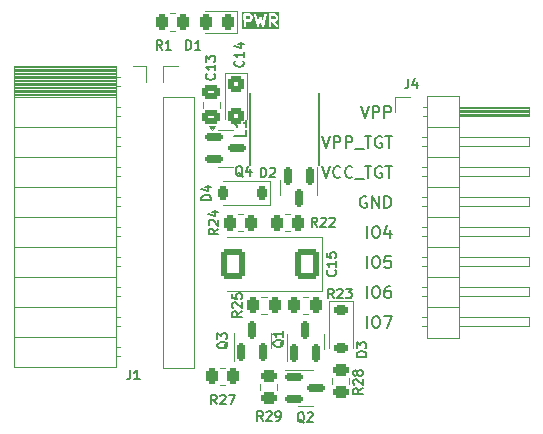
<source format=gto>
G04 #@! TF.GenerationSoftware,KiCad,Pcbnew,8.0.3*
G04 #@! TF.CreationDate,2024-07-18T13:22:42+02:00*
G04 #@! TF.ProjectId,vpp-maker-rev6-ian,7670702d-6d61-46b6-9572-2d726576362d,rev?*
G04 #@! TF.SameCoordinates,Original*
G04 #@! TF.FileFunction,Legend,Top*
G04 #@! TF.FilePolarity,Positive*
%FSLAX46Y46*%
G04 Gerber Fmt 4.6, Leading zero omitted, Abs format (unit mm)*
G04 Created by KiCad (PCBNEW 8.0.3) date 2024-07-18 13:22:42*
%MOMM*%
%LPD*%
G01*
G04 APERTURE LIST*
G04 Aperture macros list*
%AMRoundRect*
0 Rectangle with rounded corners*
0 $1 Rounding radius*
0 $2 $3 $4 $5 $6 $7 $8 $9 X,Y pos of 4 corners*
0 Add a 4 corners polygon primitive as box body*
4,1,4,$2,$3,$4,$5,$6,$7,$8,$9,$2,$3,0*
0 Add four circle primitives for the rounded corners*
1,1,$1+$1,$2,$3*
1,1,$1+$1,$4,$5*
1,1,$1+$1,$6,$7*
1,1,$1+$1,$8,$9*
0 Add four rect primitives between the rounded corners*
20,1,$1+$1,$2,$3,$4,$5,0*
20,1,$1+$1,$4,$5,$6,$7,0*
20,1,$1+$1,$6,$7,$8,$9,0*
20,1,$1+$1,$8,$9,$2,$3,0*%
G04 Aperture macros list end*
%ADD10C,0.150000*%
%ADD11C,0.200000*%
%ADD12C,0.120000*%
%ADD13C,0.152000*%
%ADD14RoundRect,0.150000X0.150000X-0.587500X0.150000X0.587500X-0.150000X0.587500X-0.150000X-0.587500X0*%
%ADD15RoundRect,0.150000X-0.150000X0.587500X-0.150000X-0.587500X0.150000X-0.587500X0.150000X0.587500X0*%
%ADD16RoundRect,0.243750X0.243750X0.456250X-0.243750X0.456250X-0.243750X-0.456250X0.243750X-0.456250X0*%
%ADD17RoundRect,0.250000X-0.475000X0.337500X-0.475000X-0.337500X0.475000X-0.337500X0.475000X0.337500X0*%
%ADD18RoundRect,0.225000X0.225000X0.375000X-0.225000X0.375000X-0.225000X-0.375000X0.225000X-0.375000X0*%
%ADD19RoundRect,0.250000X0.450000X-0.262500X0.450000X0.262500X-0.450000X0.262500X-0.450000X-0.262500X0*%
%ADD20R,1.700000X1.700000*%
%ADD21O,1.700000X1.700000*%
%ADD22RoundRect,0.250000X-0.450000X0.262500X-0.450000X-0.262500X0.450000X-0.262500X0.450000X0.262500X0*%
%ADD23RoundRect,0.250000X0.262500X0.450000X-0.262500X0.450000X-0.262500X-0.450000X0.262500X-0.450000X0*%
%ADD24RoundRect,0.250000X-0.425000X0.450000X-0.425000X-0.450000X0.425000X-0.450000X0.425000X0.450000X0*%
%ADD25RoundRect,0.250000X-0.262500X-0.450000X0.262500X-0.450000X0.262500X0.450000X-0.262500X0.450000X0*%
%ADD26RoundRect,0.250000X0.787500X1.025000X-0.787500X1.025000X-0.787500X-1.025000X0.787500X-1.025000X0*%
%ADD27RoundRect,0.150000X-0.587500X-0.150000X0.587500X-0.150000X0.587500X0.150000X-0.587500X0.150000X0*%
%ADD28R,5.500000X2.150000*%
%ADD29RoundRect,0.225000X-0.375000X0.225000X-0.375000X-0.225000X0.375000X-0.225000X0.375000X0.225000X0*%
G04 APERTURE END LIST*
D10*
X154408207Y-80159819D02*
X154741540Y-81159819D01*
X154741540Y-81159819D02*
X155074873Y-80159819D01*
X155408207Y-81159819D02*
X155408207Y-80159819D01*
X155408207Y-80159819D02*
X155789159Y-80159819D01*
X155789159Y-80159819D02*
X155884397Y-80207438D01*
X155884397Y-80207438D02*
X155932016Y-80255057D01*
X155932016Y-80255057D02*
X155979635Y-80350295D01*
X155979635Y-80350295D02*
X155979635Y-80493152D01*
X155979635Y-80493152D02*
X155932016Y-80588390D01*
X155932016Y-80588390D02*
X155884397Y-80636009D01*
X155884397Y-80636009D02*
X155789159Y-80683628D01*
X155789159Y-80683628D02*
X155408207Y-80683628D01*
X156408207Y-81159819D02*
X156408207Y-80159819D01*
X156408207Y-80159819D02*
X156789159Y-80159819D01*
X156789159Y-80159819D02*
X156884397Y-80207438D01*
X156884397Y-80207438D02*
X156932016Y-80255057D01*
X156932016Y-80255057D02*
X156979635Y-80350295D01*
X156979635Y-80350295D02*
X156979635Y-80493152D01*
X156979635Y-80493152D02*
X156932016Y-80588390D01*
X156932016Y-80588390D02*
X156884397Y-80636009D01*
X156884397Y-80636009D02*
X156789159Y-80683628D01*
X156789159Y-80683628D02*
X156408207Y-80683628D01*
X157170112Y-81255057D02*
X157932016Y-81255057D01*
X158027255Y-80159819D02*
X158598683Y-80159819D01*
X158312969Y-81159819D02*
X158312969Y-80159819D01*
X159455826Y-80207438D02*
X159360588Y-80159819D01*
X159360588Y-80159819D02*
X159217731Y-80159819D01*
X159217731Y-80159819D02*
X159074874Y-80207438D01*
X159074874Y-80207438D02*
X158979636Y-80302676D01*
X158979636Y-80302676D02*
X158932017Y-80397914D01*
X158932017Y-80397914D02*
X158884398Y-80588390D01*
X158884398Y-80588390D02*
X158884398Y-80731247D01*
X158884398Y-80731247D02*
X158932017Y-80921723D01*
X158932017Y-80921723D02*
X158979636Y-81016961D01*
X158979636Y-81016961D02*
X159074874Y-81112200D01*
X159074874Y-81112200D02*
X159217731Y-81159819D01*
X159217731Y-81159819D02*
X159312969Y-81159819D01*
X159312969Y-81159819D02*
X159455826Y-81112200D01*
X159455826Y-81112200D02*
X159503445Y-81064580D01*
X159503445Y-81064580D02*
X159503445Y-80731247D01*
X159503445Y-80731247D02*
X159312969Y-80731247D01*
X159789160Y-80159819D02*
X160360588Y-80159819D01*
X160074874Y-81159819D02*
X160074874Y-80159819D01*
X158170112Y-85287438D02*
X158074874Y-85239819D01*
X158074874Y-85239819D02*
X157932017Y-85239819D01*
X157932017Y-85239819D02*
X157789160Y-85287438D01*
X157789160Y-85287438D02*
X157693922Y-85382676D01*
X157693922Y-85382676D02*
X157646303Y-85477914D01*
X157646303Y-85477914D02*
X157598684Y-85668390D01*
X157598684Y-85668390D02*
X157598684Y-85811247D01*
X157598684Y-85811247D02*
X157646303Y-86001723D01*
X157646303Y-86001723D02*
X157693922Y-86096961D01*
X157693922Y-86096961D02*
X157789160Y-86192200D01*
X157789160Y-86192200D02*
X157932017Y-86239819D01*
X157932017Y-86239819D02*
X158027255Y-86239819D01*
X158027255Y-86239819D02*
X158170112Y-86192200D01*
X158170112Y-86192200D02*
X158217731Y-86144580D01*
X158217731Y-86144580D02*
X158217731Y-85811247D01*
X158217731Y-85811247D02*
X158027255Y-85811247D01*
X158646303Y-86239819D02*
X158646303Y-85239819D01*
X158646303Y-85239819D02*
X159217731Y-86239819D01*
X159217731Y-86239819D02*
X159217731Y-85239819D01*
X159693922Y-86239819D02*
X159693922Y-85239819D01*
X159693922Y-85239819D02*
X159932017Y-85239819D01*
X159932017Y-85239819D02*
X160074874Y-85287438D01*
X160074874Y-85287438D02*
X160170112Y-85382676D01*
X160170112Y-85382676D02*
X160217731Y-85477914D01*
X160217731Y-85477914D02*
X160265350Y-85668390D01*
X160265350Y-85668390D02*
X160265350Y-85811247D01*
X160265350Y-85811247D02*
X160217731Y-86001723D01*
X160217731Y-86001723D02*
X160170112Y-86096961D01*
X160170112Y-86096961D02*
X160074874Y-86192200D01*
X160074874Y-86192200D02*
X159932017Y-86239819D01*
X159932017Y-86239819D02*
X159693922Y-86239819D01*
X158217732Y-88779819D02*
X158217732Y-87779819D01*
X158884398Y-87779819D02*
X159074874Y-87779819D01*
X159074874Y-87779819D02*
X159170112Y-87827438D01*
X159170112Y-87827438D02*
X159265350Y-87922676D01*
X159265350Y-87922676D02*
X159312969Y-88113152D01*
X159312969Y-88113152D02*
X159312969Y-88446485D01*
X159312969Y-88446485D02*
X159265350Y-88636961D01*
X159265350Y-88636961D02*
X159170112Y-88732200D01*
X159170112Y-88732200D02*
X159074874Y-88779819D01*
X159074874Y-88779819D02*
X158884398Y-88779819D01*
X158884398Y-88779819D02*
X158789160Y-88732200D01*
X158789160Y-88732200D02*
X158693922Y-88636961D01*
X158693922Y-88636961D02*
X158646303Y-88446485D01*
X158646303Y-88446485D02*
X158646303Y-88113152D01*
X158646303Y-88113152D02*
X158693922Y-87922676D01*
X158693922Y-87922676D02*
X158789160Y-87827438D01*
X158789160Y-87827438D02*
X158884398Y-87779819D01*
X160170112Y-88113152D02*
X160170112Y-88779819D01*
X159932017Y-87732200D02*
X159693922Y-88446485D01*
X159693922Y-88446485D02*
X160312969Y-88446485D01*
X158217732Y-93859819D02*
X158217732Y-92859819D01*
X158884398Y-92859819D02*
X159074874Y-92859819D01*
X159074874Y-92859819D02*
X159170112Y-92907438D01*
X159170112Y-92907438D02*
X159265350Y-93002676D01*
X159265350Y-93002676D02*
X159312969Y-93193152D01*
X159312969Y-93193152D02*
X159312969Y-93526485D01*
X159312969Y-93526485D02*
X159265350Y-93716961D01*
X159265350Y-93716961D02*
X159170112Y-93812200D01*
X159170112Y-93812200D02*
X159074874Y-93859819D01*
X159074874Y-93859819D02*
X158884398Y-93859819D01*
X158884398Y-93859819D02*
X158789160Y-93812200D01*
X158789160Y-93812200D02*
X158693922Y-93716961D01*
X158693922Y-93716961D02*
X158646303Y-93526485D01*
X158646303Y-93526485D02*
X158646303Y-93193152D01*
X158646303Y-93193152D02*
X158693922Y-93002676D01*
X158693922Y-93002676D02*
X158789160Y-92907438D01*
X158789160Y-92907438D02*
X158884398Y-92859819D01*
X160170112Y-92859819D02*
X159979636Y-92859819D01*
X159979636Y-92859819D02*
X159884398Y-92907438D01*
X159884398Y-92907438D02*
X159836779Y-92955057D01*
X159836779Y-92955057D02*
X159741541Y-93097914D01*
X159741541Y-93097914D02*
X159693922Y-93288390D01*
X159693922Y-93288390D02*
X159693922Y-93669342D01*
X159693922Y-93669342D02*
X159741541Y-93764580D01*
X159741541Y-93764580D02*
X159789160Y-93812200D01*
X159789160Y-93812200D02*
X159884398Y-93859819D01*
X159884398Y-93859819D02*
X160074874Y-93859819D01*
X160074874Y-93859819D02*
X160170112Y-93812200D01*
X160170112Y-93812200D02*
X160217731Y-93764580D01*
X160217731Y-93764580D02*
X160265350Y-93669342D01*
X160265350Y-93669342D02*
X160265350Y-93431247D01*
X160265350Y-93431247D02*
X160217731Y-93336009D01*
X160217731Y-93336009D02*
X160170112Y-93288390D01*
X160170112Y-93288390D02*
X160074874Y-93240771D01*
X160074874Y-93240771D02*
X159884398Y-93240771D01*
X159884398Y-93240771D02*
X159789160Y-93288390D01*
X159789160Y-93288390D02*
X159741541Y-93336009D01*
X159741541Y-93336009D02*
X159693922Y-93431247D01*
D11*
G36*
X150427316Y-69994453D02*
G01*
X150453093Y-70019115D01*
X150484210Y-70079046D01*
X150485344Y-70174893D01*
X150456722Y-70234388D01*
X150432064Y-70260161D01*
X150372421Y-70291129D01*
X150252167Y-70291705D01*
X150248457Y-70291051D01*
X150245353Y-70291738D01*
X150111446Y-70292380D01*
X150110833Y-69966747D01*
X150367169Y-69965517D01*
X150427316Y-69994453D01*
G37*
G36*
X148284459Y-69994453D02*
G01*
X148310236Y-70019115D01*
X148341353Y-70079046D01*
X148342487Y-70174893D01*
X148313865Y-70234388D01*
X148289207Y-70260161D01*
X148229564Y-70291129D01*
X147968589Y-70292380D01*
X147967976Y-69966747D01*
X148224312Y-69965517D01*
X148284459Y-69994453D01*
G37*
G36*
X150795069Y-71078307D02*
G01*
X147658562Y-71078307D01*
X147658562Y-69867219D01*
X147769673Y-69867219D01*
X147771594Y-70886728D01*
X147786526Y-70922776D01*
X147814116Y-70950366D01*
X147850164Y-70965298D01*
X147889182Y-70965298D01*
X147925230Y-70950366D01*
X147952820Y-70922776D01*
X147967752Y-70886728D01*
X147969673Y-70867219D01*
X147968963Y-70490551D01*
X148235212Y-70489274D01*
X148238118Y-70490243D01*
X148252942Y-70489189D01*
X148270134Y-70489107D01*
X148273454Y-70487731D01*
X148277038Y-70487477D01*
X148295346Y-70480471D01*
X148390375Y-70431130D01*
X148401420Y-70426556D01*
X148405266Y-70423399D01*
X148407174Y-70422409D01*
X148408903Y-70420414D01*
X148416574Y-70414120D01*
X148464507Y-70364017D01*
X148472482Y-70357102D01*
X148475093Y-70352952D01*
X148476629Y-70351348D01*
X148477639Y-70348907D01*
X148482925Y-70340511D01*
X148522863Y-70257493D01*
X148524248Y-70256109D01*
X148528700Y-70245359D01*
X148537550Y-70226965D01*
X148537804Y-70223381D01*
X148539180Y-70220061D01*
X148541101Y-70200552D01*
X148539584Y-70072395D01*
X148540316Y-70070202D01*
X148539407Y-70057419D01*
X148539180Y-70038186D01*
X148537804Y-70034865D01*
X148537550Y-70031282D01*
X148530544Y-70012973D01*
X148481201Y-69917939D01*
X148476629Y-69906899D01*
X148473473Y-69903053D01*
X148472482Y-69901145D01*
X148470484Y-69899412D01*
X148464192Y-69891746D01*
X148442463Y-69870958D01*
X148674504Y-69870958D01*
X148677154Y-69890381D01*
X148916021Y-70885519D01*
X148917876Y-70899476D01*
X148920430Y-70903888D01*
X148921637Y-70908915D01*
X148930152Y-70920681D01*
X148937425Y-70933244D01*
X148941502Y-70936364D01*
X148944512Y-70940524D01*
X148956874Y-70948131D01*
X148968408Y-70956960D01*
X148973371Y-70958283D01*
X148977742Y-70960973D01*
X148992076Y-70963271D01*
X149006109Y-70967013D01*
X149011197Y-70966336D01*
X149016269Y-70967150D01*
X149030403Y-70963784D01*
X149044787Y-70961873D01*
X149049227Y-70959302D01*
X149054226Y-70958112D01*
X149065992Y-70949596D01*
X149078555Y-70942324D01*
X149081675Y-70938246D01*
X149085835Y-70935237D01*
X149093442Y-70922874D01*
X149102271Y-70911341D01*
X149104970Y-70904140D01*
X149106284Y-70902007D01*
X149106667Y-70899616D01*
X149109154Y-70892985D01*
X149203010Y-70537407D01*
X149297524Y-70888264D01*
X149299728Y-70902007D01*
X149302393Y-70906338D01*
X149303741Y-70911341D01*
X149312569Y-70922874D01*
X149320177Y-70935237D01*
X149324336Y-70938246D01*
X149327457Y-70942324D01*
X149340021Y-70949598D01*
X149351786Y-70958112D01*
X149356781Y-70959301D01*
X149361225Y-70961874D01*
X149375614Y-70963785D01*
X149389743Y-70967150D01*
X149394814Y-70966336D01*
X149399903Y-70967013D01*
X149413935Y-70963271D01*
X149428270Y-70960973D01*
X149432640Y-70958283D01*
X149437604Y-70956960D01*
X149449137Y-70948131D01*
X149461500Y-70940524D01*
X149464509Y-70936364D01*
X149468587Y-70933244D01*
X149475862Y-70920677D01*
X149484375Y-70908915D01*
X149486879Y-70901649D01*
X149488137Y-70899477D01*
X149488456Y-70897073D01*
X149490763Y-70890381D01*
X149731509Y-69870958D01*
X149730910Y-69867219D01*
X149912530Y-69867219D01*
X149914451Y-70886728D01*
X149929383Y-70922776D01*
X149956973Y-70950366D01*
X149993021Y-70965298D01*
X150032039Y-70965298D01*
X150068087Y-70950366D01*
X150095677Y-70922776D01*
X150110609Y-70886728D01*
X150112530Y-70867219D01*
X150111820Y-70490551D01*
X150198135Y-70490137D01*
X150514796Y-70939446D01*
X150547701Y-70960415D01*
X150586126Y-70967196D01*
X150624220Y-70958756D01*
X150656185Y-70936381D01*
X150677154Y-70903476D01*
X150683935Y-70865052D01*
X150675495Y-70826957D01*
X150665881Y-70809873D01*
X150434678Y-70481819D01*
X150438203Y-70480471D01*
X150533232Y-70431130D01*
X150544277Y-70426556D01*
X150548123Y-70423399D01*
X150550031Y-70422409D01*
X150551760Y-70420414D01*
X150559431Y-70414120D01*
X150607364Y-70364017D01*
X150615339Y-70357102D01*
X150617950Y-70352952D01*
X150619486Y-70351348D01*
X150620496Y-70348907D01*
X150625782Y-70340511D01*
X150665720Y-70257493D01*
X150667105Y-70256109D01*
X150671557Y-70245359D01*
X150680407Y-70226965D01*
X150680661Y-70223381D01*
X150682037Y-70220061D01*
X150683958Y-70200552D01*
X150682441Y-70072395D01*
X150683173Y-70070202D01*
X150682264Y-70057419D01*
X150682037Y-70038186D01*
X150680661Y-70034865D01*
X150680407Y-70031282D01*
X150673401Y-70012973D01*
X150624058Y-69917939D01*
X150619486Y-69906899D01*
X150616330Y-69903053D01*
X150615339Y-69901145D01*
X150613341Y-69899412D01*
X150607049Y-69891746D01*
X150556948Y-69843814D01*
X150550031Y-69835838D01*
X150545881Y-69833225D01*
X150544277Y-69831691D01*
X150541837Y-69830680D01*
X150533441Y-69825395D01*
X150450423Y-69785456D01*
X150449039Y-69784072D01*
X150438289Y-69779619D01*
X150419895Y-69770770D01*
X150416311Y-69770515D01*
X150412991Y-69769140D01*
X150393482Y-69767219D01*
X149993021Y-69769140D01*
X149956973Y-69784072D01*
X149929383Y-69811662D01*
X149914451Y-69847710D01*
X149912530Y-69867219D01*
X149730910Y-69867219D01*
X149725332Y-69832432D01*
X149704883Y-69799201D01*
X149673274Y-69776326D01*
X149635317Y-69767289D01*
X149596790Y-69773465D01*
X149563560Y-69793914D01*
X149540685Y-69825523D01*
X149534297Y-69844057D01*
X149388142Y-70462939D01*
X149299333Y-70133260D01*
X149297661Y-70120675D01*
X149294447Y-70115125D01*
X149292747Y-70108811D01*
X149284722Y-70098328D01*
X149278111Y-70086908D01*
X149272967Y-70082971D01*
X149269031Y-70077828D01*
X149257613Y-70071218D01*
X149247128Y-70063192D01*
X149240864Y-70061521D01*
X149235263Y-70058279D01*
X149222185Y-70056541D01*
X149209427Y-70053139D01*
X149203005Y-70053992D01*
X149196585Y-70053139D01*
X149183831Y-70056539D01*
X149170749Y-70058278D01*
X149165144Y-70061522D01*
X149158884Y-70063192D01*
X149148400Y-70071216D01*
X149136981Y-70077828D01*
X149133044Y-70082971D01*
X149127901Y-70086908D01*
X149121291Y-70098325D01*
X149113265Y-70108811D01*
X149109669Y-70118399D01*
X149108352Y-70120676D01*
X149108097Y-70122594D01*
X149106383Y-70127166D01*
X149018055Y-70461795D01*
X148865328Y-69825523D01*
X148842453Y-69793914D01*
X148809223Y-69773465D01*
X148770696Y-69767288D01*
X148732739Y-69776326D01*
X148701130Y-69799201D01*
X148680681Y-69832431D01*
X148674504Y-69870958D01*
X148442463Y-69870958D01*
X148414091Y-69843814D01*
X148407174Y-69835838D01*
X148403024Y-69833225D01*
X148401420Y-69831691D01*
X148398980Y-69830680D01*
X148390584Y-69825395D01*
X148307566Y-69785456D01*
X148306182Y-69784072D01*
X148295432Y-69779619D01*
X148277038Y-69770770D01*
X148273454Y-69770515D01*
X148270134Y-69769140D01*
X148250625Y-69767219D01*
X147850164Y-69769140D01*
X147814116Y-69784072D01*
X147786526Y-69811662D01*
X147771594Y-69847710D01*
X147769673Y-69867219D01*
X147658562Y-69867219D01*
X147658562Y-69656108D01*
X150795069Y-69656108D01*
X150795069Y-71078307D01*
G37*
D10*
X154408207Y-82699819D02*
X154741540Y-83699819D01*
X154741540Y-83699819D02*
X155074873Y-82699819D01*
X155979635Y-83604580D02*
X155932016Y-83652200D01*
X155932016Y-83652200D02*
X155789159Y-83699819D01*
X155789159Y-83699819D02*
X155693921Y-83699819D01*
X155693921Y-83699819D02*
X155551064Y-83652200D01*
X155551064Y-83652200D02*
X155455826Y-83556961D01*
X155455826Y-83556961D02*
X155408207Y-83461723D01*
X155408207Y-83461723D02*
X155360588Y-83271247D01*
X155360588Y-83271247D02*
X155360588Y-83128390D01*
X155360588Y-83128390D02*
X155408207Y-82937914D01*
X155408207Y-82937914D02*
X155455826Y-82842676D01*
X155455826Y-82842676D02*
X155551064Y-82747438D01*
X155551064Y-82747438D02*
X155693921Y-82699819D01*
X155693921Y-82699819D02*
X155789159Y-82699819D01*
X155789159Y-82699819D02*
X155932016Y-82747438D01*
X155932016Y-82747438D02*
X155979635Y-82795057D01*
X156979635Y-83604580D02*
X156932016Y-83652200D01*
X156932016Y-83652200D02*
X156789159Y-83699819D01*
X156789159Y-83699819D02*
X156693921Y-83699819D01*
X156693921Y-83699819D02*
X156551064Y-83652200D01*
X156551064Y-83652200D02*
X156455826Y-83556961D01*
X156455826Y-83556961D02*
X156408207Y-83461723D01*
X156408207Y-83461723D02*
X156360588Y-83271247D01*
X156360588Y-83271247D02*
X156360588Y-83128390D01*
X156360588Y-83128390D02*
X156408207Y-82937914D01*
X156408207Y-82937914D02*
X156455826Y-82842676D01*
X156455826Y-82842676D02*
X156551064Y-82747438D01*
X156551064Y-82747438D02*
X156693921Y-82699819D01*
X156693921Y-82699819D02*
X156789159Y-82699819D01*
X156789159Y-82699819D02*
X156932016Y-82747438D01*
X156932016Y-82747438D02*
X156979635Y-82795057D01*
X157170112Y-83795057D02*
X157932016Y-83795057D01*
X158027255Y-82699819D02*
X158598683Y-82699819D01*
X158312969Y-83699819D02*
X158312969Y-82699819D01*
X159455826Y-82747438D02*
X159360588Y-82699819D01*
X159360588Y-82699819D02*
X159217731Y-82699819D01*
X159217731Y-82699819D02*
X159074874Y-82747438D01*
X159074874Y-82747438D02*
X158979636Y-82842676D01*
X158979636Y-82842676D02*
X158932017Y-82937914D01*
X158932017Y-82937914D02*
X158884398Y-83128390D01*
X158884398Y-83128390D02*
X158884398Y-83271247D01*
X158884398Y-83271247D02*
X158932017Y-83461723D01*
X158932017Y-83461723D02*
X158979636Y-83556961D01*
X158979636Y-83556961D02*
X159074874Y-83652200D01*
X159074874Y-83652200D02*
X159217731Y-83699819D01*
X159217731Y-83699819D02*
X159312969Y-83699819D01*
X159312969Y-83699819D02*
X159455826Y-83652200D01*
X159455826Y-83652200D02*
X159503445Y-83604580D01*
X159503445Y-83604580D02*
X159503445Y-83271247D01*
X159503445Y-83271247D02*
X159312969Y-83271247D01*
X159789160Y-82699819D02*
X160360588Y-82699819D01*
X160074874Y-83699819D02*
X160074874Y-82699819D01*
X158217732Y-91319819D02*
X158217732Y-90319819D01*
X158884398Y-90319819D02*
X159074874Y-90319819D01*
X159074874Y-90319819D02*
X159170112Y-90367438D01*
X159170112Y-90367438D02*
X159265350Y-90462676D01*
X159265350Y-90462676D02*
X159312969Y-90653152D01*
X159312969Y-90653152D02*
X159312969Y-90986485D01*
X159312969Y-90986485D02*
X159265350Y-91176961D01*
X159265350Y-91176961D02*
X159170112Y-91272200D01*
X159170112Y-91272200D02*
X159074874Y-91319819D01*
X159074874Y-91319819D02*
X158884398Y-91319819D01*
X158884398Y-91319819D02*
X158789160Y-91272200D01*
X158789160Y-91272200D02*
X158693922Y-91176961D01*
X158693922Y-91176961D02*
X158646303Y-90986485D01*
X158646303Y-90986485D02*
X158646303Y-90653152D01*
X158646303Y-90653152D02*
X158693922Y-90462676D01*
X158693922Y-90462676D02*
X158789160Y-90367438D01*
X158789160Y-90367438D02*
X158884398Y-90319819D01*
X160217731Y-90319819D02*
X159741541Y-90319819D01*
X159741541Y-90319819D02*
X159693922Y-90796009D01*
X159693922Y-90796009D02*
X159741541Y-90748390D01*
X159741541Y-90748390D02*
X159836779Y-90700771D01*
X159836779Y-90700771D02*
X160074874Y-90700771D01*
X160074874Y-90700771D02*
X160170112Y-90748390D01*
X160170112Y-90748390D02*
X160217731Y-90796009D01*
X160217731Y-90796009D02*
X160265350Y-90891247D01*
X160265350Y-90891247D02*
X160265350Y-91129342D01*
X160265350Y-91129342D02*
X160217731Y-91224580D01*
X160217731Y-91224580D02*
X160170112Y-91272200D01*
X160170112Y-91272200D02*
X160074874Y-91319819D01*
X160074874Y-91319819D02*
X159836779Y-91319819D01*
X159836779Y-91319819D02*
X159741541Y-91272200D01*
X159741541Y-91272200D02*
X159693922Y-91224580D01*
X158217732Y-96399819D02*
X158217732Y-95399819D01*
X158884398Y-95399819D02*
X159074874Y-95399819D01*
X159074874Y-95399819D02*
X159170112Y-95447438D01*
X159170112Y-95447438D02*
X159265350Y-95542676D01*
X159265350Y-95542676D02*
X159312969Y-95733152D01*
X159312969Y-95733152D02*
X159312969Y-96066485D01*
X159312969Y-96066485D02*
X159265350Y-96256961D01*
X159265350Y-96256961D02*
X159170112Y-96352200D01*
X159170112Y-96352200D02*
X159074874Y-96399819D01*
X159074874Y-96399819D02*
X158884398Y-96399819D01*
X158884398Y-96399819D02*
X158789160Y-96352200D01*
X158789160Y-96352200D02*
X158693922Y-96256961D01*
X158693922Y-96256961D02*
X158646303Y-96066485D01*
X158646303Y-96066485D02*
X158646303Y-95733152D01*
X158646303Y-95733152D02*
X158693922Y-95542676D01*
X158693922Y-95542676D02*
X158789160Y-95447438D01*
X158789160Y-95447438D02*
X158884398Y-95399819D01*
X159646303Y-95399819D02*
X160312969Y-95399819D01*
X160312969Y-95399819D02*
X159884398Y-96399819D01*
X157693922Y-77619819D02*
X158027255Y-78619819D01*
X158027255Y-78619819D02*
X158360588Y-77619819D01*
X158693922Y-78619819D02*
X158693922Y-77619819D01*
X158693922Y-77619819D02*
X159074874Y-77619819D01*
X159074874Y-77619819D02*
X159170112Y-77667438D01*
X159170112Y-77667438D02*
X159217731Y-77715057D01*
X159217731Y-77715057D02*
X159265350Y-77810295D01*
X159265350Y-77810295D02*
X159265350Y-77953152D01*
X159265350Y-77953152D02*
X159217731Y-78048390D01*
X159217731Y-78048390D02*
X159170112Y-78096009D01*
X159170112Y-78096009D02*
X159074874Y-78143628D01*
X159074874Y-78143628D02*
X158693922Y-78143628D01*
X159693922Y-78619819D02*
X159693922Y-77619819D01*
X159693922Y-77619819D02*
X160074874Y-77619819D01*
X160074874Y-77619819D02*
X160170112Y-77667438D01*
X160170112Y-77667438D02*
X160217731Y-77715057D01*
X160217731Y-77715057D02*
X160265350Y-77810295D01*
X160265350Y-77810295D02*
X160265350Y-77953152D01*
X160265350Y-77953152D02*
X160217731Y-78048390D01*
X160217731Y-78048390D02*
X160170112Y-78096009D01*
X160170112Y-78096009D02*
X160074874Y-78143628D01*
X160074874Y-78143628D02*
X159693922Y-78143628D01*
X146438485Y-97576190D02*
X146400390Y-97652380D01*
X146400390Y-97652380D02*
X146324200Y-97728571D01*
X146324200Y-97728571D02*
X146209914Y-97842857D01*
X146209914Y-97842857D02*
X146171819Y-97919047D01*
X146171819Y-97919047D02*
X146171819Y-97995238D01*
X146362295Y-97957142D02*
X146324200Y-98033333D01*
X146324200Y-98033333D02*
X146248009Y-98109523D01*
X146248009Y-98109523D02*
X146095628Y-98147619D01*
X146095628Y-98147619D02*
X145828961Y-98147619D01*
X145828961Y-98147619D02*
X145676580Y-98109523D01*
X145676580Y-98109523D02*
X145600390Y-98033333D01*
X145600390Y-98033333D02*
X145562295Y-97957142D01*
X145562295Y-97957142D02*
X145562295Y-97804761D01*
X145562295Y-97804761D02*
X145600390Y-97728571D01*
X145600390Y-97728571D02*
X145676580Y-97652380D01*
X145676580Y-97652380D02*
X145828961Y-97614285D01*
X145828961Y-97614285D02*
X146095628Y-97614285D01*
X146095628Y-97614285D02*
X146248009Y-97652380D01*
X146248009Y-97652380D02*
X146324200Y-97728571D01*
X146324200Y-97728571D02*
X146362295Y-97804761D01*
X146362295Y-97804761D02*
X146362295Y-97957142D01*
X145562295Y-97347619D02*
X145562295Y-96852381D01*
X145562295Y-96852381D02*
X145867057Y-97119047D01*
X145867057Y-97119047D02*
X145867057Y-97004762D01*
X145867057Y-97004762D02*
X145905152Y-96928571D01*
X145905152Y-96928571D02*
X145943247Y-96890476D01*
X145943247Y-96890476D02*
X146019438Y-96852381D01*
X146019438Y-96852381D02*
X146209914Y-96852381D01*
X146209914Y-96852381D02*
X146286104Y-96890476D01*
X146286104Y-96890476D02*
X146324200Y-96928571D01*
X146324200Y-96928571D02*
X146362295Y-97004762D01*
X146362295Y-97004762D02*
X146362295Y-97233333D01*
X146362295Y-97233333D02*
X146324200Y-97309524D01*
X146324200Y-97309524D02*
X146286104Y-97347619D01*
X149215263Y-83627802D02*
X149215263Y-82827802D01*
X149215263Y-82827802D02*
X149405739Y-82827802D01*
X149405739Y-82827802D02*
X149520025Y-82865897D01*
X149520025Y-82865897D02*
X149596215Y-82942087D01*
X149596215Y-82942087D02*
X149634310Y-83018278D01*
X149634310Y-83018278D02*
X149672406Y-83170659D01*
X149672406Y-83170659D02*
X149672406Y-83284945D01*
X149672406Y-83284945D02*
X149634310Y-83437326D01*
X149634310Y-83437326D02*
X149596215Y-83513516D01*
X149596215Y-83513516D02*
X149520025Y-83589707D01*
X149520025Y-83589707D02*
X149405739Y-83627802D01*
X149405739Y-83627802D02*
X149215263Y-83627802D01*
X149977167Y-82903992D02*
X150015263Y-82865897D01*
X150015263Y-82865897D02*
X150091453Y-82827802D01*
X150091453Y-82827802D02*
X150281929Y-82827802D01*
X150281929Y-82827802D02*
X150358120Y-82865897D01*
X150358120Y-82865897D02*
X150396215Y-82903992D01*
X150396215Y-82903992D02*
X150434310Y-82980183D01*
X150434310Y-82980183D02*
X150434310Y-83056373D01*
X150434310Y-83056373D02*
X150396215Y-83170659D01*
X150396215Y-83170659D02*
X149939072Y-83627802D01*
X149939072Y-83627802D02*
X150434310Y-83627802D01*
X142909524Y-72862295D02*
X142909524Y-72062295D01*
X142909524Y-72062295D02*
X143100000Y-72062295D01*
X143100000Y-72062295D02*
X143214286Y-72100390D01*
X143214286Y-72100390D02*
X143290476Y-72176580D01*
X143290476Y-72176580D02*
X143328571Y-72252771D01*
X143328571Y-72252771D02*
X143366667Y-72405152D01*
X143366667Y-72405152D02*
X143366667Y-72519438D01*
X143366667Y-72519438D02*
X143328571Y-72671819D01*
X143328571Y-72671819D02*
X143290476Y-72748009D01*
X143290476Y-72748009D02*
X143214286Y-72824200D01*
X143214286Y-72824200D02*
X143100000Y-72862295D01*
X143100000Y-72862295D02*
X142909524Y-72862295D01*
X144128571Y-72862295D02*
X143671428Y-72862295D01*
X143900000Y-72862295D02*
X143900000Y-72062295D01*
X143900000Y-72062295D02*
X143823809Y-72176580D01*
X143823809Y-72176580D02*
X143747619Y-72252771D01*
X143747619Y-72252771D02*
X143671428Y-72290866D01*
X145306635Y-74892778D02*
X145344731Y-74930874D01*
X145344731Y-74930874D02*
X145382826Y-75045159D01*
X145382826Y-75045159D02*
X145382826Y-75121350D01*
X145382826Y-75121350D02*
X145344731Y-75235636D01*
X145344731Y-75235636D02*
X145268540Y-75311826D01*
X145268540Y-75311826D02*
X145192350Y-75349921D01*
X145192350Y-75349921D02*
X145039969Y-75388017D01*
X145039969Y-75388017D02*
X144925683Y-75388017D01*
X144925683Y-75388017D02*
X144773302Y-75349921D01*
X144773302Y-75349921D02*
X144697111Y-75311826D01*
X144697111Y-75311826D02*
X144620921Y-75235636D01*
X144620921Y-75235636D02*
X144582826Y-75121350D01*
X144582826Y-75121350D02*
X144582826Y-75045159D01*
X144582826Y-75045159D02*
X144620921Y-74930874D01*
X144620921Y-74930874D02*
X144659016Y-74892778D01*
X145382826Y-74130874D02*
X145382826Y-74588017D01*
X145382826Y-74359445D02*
X144582826Y-74359445D01*
X144582826Y-74359445D02*
X144697111Y-74435636D01*
X144697111Y-74435636D02*
X144773302Y-74511826D01*
X144773302Y-74511826D02*
X144811397Y-74588017D01*
X144582826Y-73864207D02*
X144582826Y-73368969D01*
X144582826Y-73368969D02*
X144887588Y-73635635D01*
X144887588Y-73635635D02*
X144887588Y-73521350D01*
X144887588Y-73521350D02*
X144925683Y-73445159D01*
X144925683Y-73445159D02*
X144963778Y-73407064D01*
X144963778Y-73407064D02*
X145039969Y-73368969D01*
X145039969Y-73368969D02*
X145230445Y-73368969D01*
X145230445Y-73368969D02*
X145306635Y-73407064D01*
X145306635Y-73407064D02*
X145344731Y-73445159D01*
X145344731Y-73445159D02*
X145382826Y-73521350D01*
X145382826Y-73521350D02*
X145382826Y-73749921D01*
X145382826Y-73749921D02*
X145344731Y-73826112D01*
X145344731Y-73826112D02*
X145306635Y-73864207D01*
X145012295Y-85590475D02*
X144212295Y-85590475D01*
X144212295Y-85590475D02*
X144212295Y-85399999D01*
X144212295Y-85399999D02*
X144250390Y-85285713D01*
X144250390Y-85285713D02*
X144326580Y-85209523D01*
X144326580Y-85209523D02*
X144402771Y-85171428D01*
X144402771Y-85171428D02*
X144555152Y-85133332D01*
X144555152Y-85133332D02*
X144669438Y-85133332D01*
X144669438Y-85133332D02*
X144821819Y-85171428D01*
X144821819Y-85171428D02*
X144898009Y-85209523D01*
X144898009Y-85209523D02*
X144974200Y-85285713D01*
X144974200Y-85285713D02*
X145012295Y-85399999D01*
X145012295Y-85399999D02*
X145012295Y-85590475D01*
X144478961Y-84447618D02*
X145012295Y-84447618D01*
X144174200Y-84638094D02*
X144745628Y-84828571D01*
X144745628Y-84828571D02*
X144745628Y-84333332D01*
X157862295Y-101514285D02*
X157481342Y-101780952D01*
X157862295Y-101971428D02*
X157062295Y-101971428D01*
X157062295Y-101971428D02*
X157062295Y-101666666D01*
X157062295Y-101666666D02*
X157100390Y-101590476D01*
X157100390Y-101590476D02*
X157138485Y-101552381D01*
X157138485Y-101552381D02*
X157214676Y-101514285D01*
X157214676Y-101514285D02*
X157328961Y-101514285D01*
X157328961Y-101514285D02*
X157405152Y-101552381D01*
X157405152Y-101552381D02*
X157443247Y-101590476D01*
X157443247Y-101590476D02*
X157481342Y-101666666D01*
X157481342Y-101666666D02*
X157481342Y-101971428D01*
X157138485Y-101209524D02*
X157100390Y-101171428D01*
X157100390Y-101171428D02*
X157062295Y-101095238D01*
X157062295Y-101095238D02*
X157062295Y-100904762D01*
X157062295Y-100904762D02*
X157100390Y-100828571D01*
X157100390Y-100828571D02*
X157138485Y-100790476D01*
X157138485Y-100790476D02*
X157214676Y-100752381D01*
X157214676Y-100752381D02*
X157290866Y-100752381D01*
X157290866Y-100752381D02*
X157405152Y-100790476D01*
X157405152Y-100790476D02*
X157862295Y-101247619D01*
X157862295Y-101247619D02*
X157862295Y-100752381D01*
X157405152Y-100295238D02*
X157367057Y-100371428D01*
X157367057Y-100371428D02*
X157328961Y-100409523D01*
X157328961Y-100409523D02*
X157252771Y-100447619D01*
X157252771Y-100447619D02*
X157214676Y-100447619D01*
X157214676Y-100447619D02*
X157138485Y-100409523D01*
X157138485Y-100409523D02*
X157100390Y-100371428D01*
X157100390Y-100371428D02*
X157062295Y-100295238D01*
X157062295Y-100295238D02*
X157062295Y-100142857D01*
X157062295Y-100142857D02*
X157100390Y-100066666D01*
X157100390Y-100066666D02*
X157138485Y-100028571D01*
X157138485Y-100028571D02*
X157214676Y-99990476D01*
X157214676Y-99990476D02*
X157252771Y-99990476D01*
X157252771Y-99990476D02*
X157328961Y-100028571D01*
X157328961Y-100028571D02*
X157367057Y-100066666D01*
X157367057Y-100066666D02*
X157405152Y-100142857D01*
X157405152Y-100142857D02*
X157405152Y-100295238D01*
X157405152Y-100295238D02*
X157443247Y-100371428D01*
X157443247Y-100371428D02*
X157481342Y-100409523D01*
X157481342Y-100409523D02*
X157557533Y-100447619D01*
X157557533Y-100447619D02*
X157709914Y-100447619D01*
X157709914Y-100447619D02*
X157786104Y-100409523D01*
X157786104Y-100409523D02*
X157824200Y-100371428D01*
X157824200Y-100371428D02*
X157862295Y-100295238D01*
X157862295Y-100295238D02*
X157862295Y-100142857D01*
X157862295Y-100142857D02*
X157824200Y-100066666D01*
X157824200Y-100066666D02*
X157786104Y-100028571D01*
X157786104Y-100028571D02*
X157709914Y-99990476D01*
X157709914Y-99990476D02*
X157557533Y-99990476D01*
X157557533Y-99990476D02*
X157481342Y-100028571D01*
X157481342Y-100028571D02*
X157443247Y-100066666D01*
X157443247Y-100066666D02*
X157405152Y-100142857D01*
X138195891Y-99956688D02*
X138195891Y-100528116D01*
X138195891Y-100528116D02*
X138157796Y-100642402D01*
X138157796Y-100642402D02*
X138081605Y-100718593D01*
X138081605Y-100718593D02*
X137967320Y-100756688D01*
X137967320Y-100756688D02*
X137891129Y-100756688D01*
X138995891Y-100756688D02*
X138538748Y-100756688D01*
X138767320Y-100756688D02*
X138767320Y-99956688D01*
X138767320Y-99956688D02*
X138691129Y-100070973D01*
X138691129Y-100070973D02*
X138614939Y-100147164D01*
X138614939Y-100147164D02*
X138538748Y-100185259D01*
X151181477Y-97418233D02*
X151143382Y-97494423D01*
X151143382Y-97494423D02*
X151067192Y-97570614D01*
X151067192Y-97570614D02*
X150952906Y-97684900D01*
X150952906Y-97684900D02*
X150914811Y-97761090D01*
X150914811Y-97761090D02*
X150914811Y-97837281D01*
X151105287Y-97799185D02*
X151067192Y-97875376D01*
X151067192Y-97875376D02*
X150991001Y-97951566D01*
X150991001Y-97951566D02*
X150838620Y-97989662D01*
X150838620Y-97989662D02*
X150571953Y-97989662D01*
X150571953Y-97989662D02*
X150419572Y-97951566D01*
X150419572Y-97951566D02*
X150343382Y-97875376D01*
X150343382Y-97875376D02*
X150305287Y-97799185D01*
X150305287Y-97799185D02*
X150305287Y-97646804D01*
X150305287Y-97646804D02*
X150343382Y-97570614D01*
X150343382Y-97570614D02*
X150419572Y-97494423D01*
X150419572Y-97494423D02*
X150571953Y-97456328D01*
X150571953Y-97456328D02*
X150838620Y-97456328D01*
X150838620Y-97456328D02*
X150991001Y-97494423D01*
X150991001Y-97494423D02*
X151067192Y-97570614D01*
X151067192Y-97570614D02*
X151105287Y-97646804D01*
X151105287Y-97646804D02*
X151105287Y-97799185D01*
X151105287Y-96694424D02*
X151105287Y-97151567D01*
X151105287Y-96922995D02*
X150305287Y-96922995D01*
X150305287Y-96922995D02*
X150419572Y-96999186D01*
X150419572Y-96999186D02*
X150495763Y-97075376D01*
X150495763Y-97075376D02*
X150533858Y-97151567D01*
X149398214Y-104274795D02*
X149131547Y-103893842D01*
X148941071Y-104274795D02*
X148941071Y-103474795D01*
X148941071Y-103474795D02*
X149245833Y-103474795D01*
X149245833Y-103474795D02*
X149322023Y-103512890D01*
X149322023Y-103512890D02*
X149360118Y-103550985D01*
X149360118Y-103550985D02*
X149398214Y-103627176D01*
X149398214Y-103627176D02*
X149398214Y-103741461D01*
X149398214Y-103741461D02*
X149360118Y-103817652D01*
X149360118Y-103817652D02*
X149322023Y-103855747D01*
X149322023Y-103855747D02*
X149245833Y-103893842D01*
X149245833Y-103893842D02*
X148941071Y-103893842D01*
X149702975Y-103550985D02*
X149741071Y-103512890D01*
X149741071Y-103512890D02*
X149817261Y-103474795D01*
X149817261Y-103474795D02*
X150007737Y-103474795D01*
X150007737Y-103474795D02*
X150083928Y-103512890D01*
X150083928Y-103512890D02*
X150122023Y-103550985D01*
X150122023Y-103550985D02*
X150160118Y-103627176D01*
X150160118Y-103627176D02*
X150160118Y-103703366D01*
X150160118Y-103703366D02*
X150122023Y-103817652D01*
X150122023Y-103817652D02*
X149664880Y-104274795D01*
X149664880Y-104274795D02*
X150160118Y-104274795D01*
X150541071Y-104274795D02*
X150693452Y-104274795D01*
X150693452Y-104274795D02*
X150769642Y-104236700D01*
X150769642Y-104236700D02*
X150807738Y-104198604D01*
X150807738Y-104198604D02*
X150883928Y-104084319D01*
X150883928Y-104084319D02*
X150922023Y-103931938D01*
X150922023Y-103931938D02*
X150922023Y-103627176D01*
X150922023Y-103627176D02*
X150883928Y-103550985D01*
X150883928Y-103550985D02*
X150845833Y-103512890D01*
X150845833Y-103512890D02*
X150769642Y-103474795D01*
X150769642Y-103474795D02*
X150617261Y-103474795D01*
X150617261Y-103474795D02*
X150541071Y-103512890D01*
X150541071Y-103512890D02*
X150502976Y-103550985D01*
X150502976Y-103550985D02*
X150464880Y-103627176D01*
X150464880Y-103627176D02*
X150464880Y-103817652D01*
X150464880Y-103817652D02*
X150502976Y-103893842D01*
X150502976Y-103893842D02*
X150541071Y-103931938D01*
X150541071Y-103931938D02*
X150617261Y-103970033D01*
X150617261Y-103970033D02*
X150769642Y-103970033D01*
X150769642Y-103970033D02*
X150845833Y-103931938D01*
X150845833Y-103931938D02*
X150883928Y-103893842D01*
X150883928Y-103893842D02*
X150922023Y-103817652D01*
X145612295Y-88014285D02*
X145231342Y-88280952D01*
X145612295Y-88471428D02*
X144812295Y-88471428D01*
X144812295Y-88471428D02*
X144812295Y-88166666D01*
X144812295Y-88166666D02*
X144850390Y-88090476D01*
X144850390Y-88090476D02*
X144888485Y-88052381D01*
X144888485Y-88052381D02*
X144964676Y-88014285D01*
X144964676Y-88014285D02*
X145078961Y-88014285D01*
X145078961Y-88014285D02*
X145155152Y-88052381D01*
X145155152Y-88052381D02*
X145193247Y-88090476D01*
X145193247Y-88090476D02*
X145231342Y-88166666D01*
X145231342Y-88166666D02*
X145231342Y-88471428D01*
X144888485Y-87709524D02*
X144850390Y-87671428D01*
X144850390Y-87671428D02*
X144812295Y-87595238D01*
X144812295Y-87595238D02*
X144812295Y-87404762D01*
X144812295Y-87404762D02*
X144850390Y-87328571D01*
X144850390Y-87328571D02*
X144888485Y-87290476D01*
X144888485Y-87290476D02*
X144964676Y-87252381D01*
X144964676Y-87252381D02*
X145040866Y-87252381D01*
X145040866Y-87252381D02*
X145155152Y-87290476D01*
X145155152Y-87290476D02*
X145612295Y-87747619D01*
X145612295Y-87747619D02*
X145612295Y-87252381D01*
X145078961Y-86566666D02*
X145612295Y-86566666D01*
X144774200Y-86757142D02*
X145345628Y-86947619D01*
X145345628Y-86947619D02*
X145345628Y-86452380D01*
X147730268Y-73800933D02*
X147768364Y-73839029D01*
X147768364Y-73839029D02*
X147806459Y-73953314D01*
X147806459Y-73953314D02*
X147806459Y-74029505D01*
X147806459Y-74029505D02*
X147768364Y-74143791D01*
X147768364Y-74143791D02*
X147692173Y-74219981D01*
X147692173Y-74219981D02*
X147615983Y-74258076D01*
X147615983Y-74258076D02*
X147463602Y-74296172D01*
X147463602Y-74296172D02*
X147349316Y-74296172D01*
X147349316Y-74296172D02*
X147196935Y-74258076D01*
X147196935Y-74258076D02*
X147120744Y-74219981D01*
X147120744Y-74219981D02*
X147044554Y-74143791D01*
X147044554Y-74143791D02*
X147006459Y-74029505D01*
X147006459Y-74029505D02*
X147006459Y-73953314D01*
X147006459Y-73953314D02*
X147044554Y-73839029D01*
X147044554Y-73839029D02*
X147082649Y-73800933D01*
X147806459Y-73039029D02*
X147806459Y-73496172D01*
X147806459Y-73267600D02*
X147006459Y-73267600D01*
X147006459Y-73267600D02*
X147120744Y-73343791D01*
X147120744Y-73343791D02*
X147196935Y-73419981D01*
X147196935Y-73419981D02*
X147235030Y-73496172D01*
X147273125Y-72353314D02*
X147806459Y-72353314D01*
X146968364Y-72543790D02*
X147539792Y-72734267D01*
X147539792Y-72734267D02*
X147539792Y-72239028D01*
X155412127Y-93895526D02*
X155145460Y-93514573D01*
X154954984Y-93895526D02*
X154954984Y-93095526D01*
X154954984Y-93095526D02*
X155259746Y-93095526D01*
X155259746Y-93095526D02*
X155335936Y-93133621D01*
X155335936Y-93133621D02*
X155374031Y-93171716D01*
X155374031Y-93171716D02*
X155412127Y-93247907D01*
X155412127Y-93247907D02*
X155412127Y-93362192D01*
X155412127Y-93362192D02*
X155374031Y-93438383D01*
X155374031Y-93438383D02*
X155335936Y-93476478D01*
X155335936Y-93476478D02*
X155259746Y-93514573D01*
X155259746Y-93514573D02*
X154954984Y-93514573D01*
X155716888Y-93171716D02*
X155754984Y-93133621D01*
X155754984Y-93133621D02*
X155831174Y-93095526D01*
X155831174Y-93095526D02*
X156021650Y-93095526D01*
X156021650Y-93095526D02*
X156097841Y-93133621D01*
X156097841Y-93133621D02*
X156135936Y-93171716D01*
X156135936Y-93171716D02*
X156174031Y-93247907D01*
X156174031Y-93247907D02*
X156174031Y-93324097D01*
X156174031Y-93324097D02*
X156135936Y-93438383D01*
X156135936Y-93438383D02*
X155678793Y-93895526D01*
X155678793Y-93895526D02*
X156174031Y-93895526D01*
X156440698Y-93095526D02*
X156935936Y-93095526D01*
X156935936Y-93095526D02*
X156669270Y-93400288D01*
X156669270Y-93400288D02*
X156783555Y-93400288D01*
X156783555Y-93400288D02*
X156859746Y-93438383D01*
X156859746Y-93438383D02*
X156897841Y-93476478D01*
X156897841Y-93476478D02*
X156935936Y-93552669D01*
X156935936Y-93552669D02*
X156935936Y-93743145D01*
X156935936Y-93743145D02*
X156897841Y-93819335D01*
X156897841Y-93819335D02*
X156859746Y-93857431D01*
X156859746Y-93857431D02*
X156783555Y-93895526D01*
X156783555Y-93895526D02*
X156554984Y-93895526D01*
X156554984Y-93895526D02*
X156478793Y-93857431D01*
X156478793Y-93857431D02*
X156440698Y-93819335D01*
X155536104Y-91514285D02*
X155574200Y-91552381D01*
X155574200Y-91552381D02*
X155612295Y-91666666D01*
X155612295Y-91666666D02*
X155612295Y-91742857D01*
X155612295Y-91742857D02*
X155574200Y-91857143D01*
X155574200Y-91857143D02*
X155498009Y-91933333D01*
X155498009Y-91933333D02*
X155421819Y-91971428D01*
X155421819Y-91971428D02*
X155269438Y-92009524D01*
X155269438Y-92009524D02*
X155155152Y-92009524D01*
X155155152Y-92009524D02*
X155002771Y-91971428D01*
X155002771Y-91971428D02*
X154926580Y-91933333D01*
X154926580Y-91933333D02*
X154850390Y-91857143D01*
X154850390Y-91857143D02*
X154812295Y-91742857D01*
X154812295Y-91742857D02*
X154812295Y-91666666D01*
X154812295Y-91666666D02*
X154850390Y-91552381D01*
X154850390Y-91552381D02*
X154888485Y-91514285D01*
X155612295Y-90752381D02*
X155612295Y-91209524D01*
X155612295Y-90980952D02*
X154812295Y-90980952D01*
X154812295Y-90980952D02*
X154926580Y-91057143D01*
X154926580Y-91057143D02*
X155002771Y-91133333D01*
X155002771Y-91133333D02*
X155040866Y-91209524D01*
X154812295Y-90028571D02*
X154812295Y-90409523D01*
X154812295Y-90409523D02*
X155193247Y-90447619D01*
X155193247Y-90447619D02*
X155155152Y-90409523D01*
X155155152Y-90409523D02*
X155117057Y-90333333D01*
X155117057Y-90333333D02*
X155117057Y-90142857D01*
X155117057Y-90142857D02*
X155155152Y-90066666D01*
X155155152Y-90066666D02*
X155193247Y-90028571D01*
X155193247Y-90028571D02*
X155269438Y-89990476D01*
X155269438Y-89990476D02*
X155459914Y-89990476D01*
X155459914Y-89990476D02*
X155536104Y-90028571D01*
X155536104Y-90028571D02*
X155574200Y-90066666D01*
X155574200Y-90066666D02*
X155612295Y-90142857D01*
X155612295Y-90142857D02*
X155612295Y-90333333D01*
X155612295Y-90333333D02*
X155574200Y-90409523D01*
X155574200Y-90409523D02*
X155536104Y-90447619D01*
X152923809Y-104438485D02*
X152847619Y-104400390D01*
X152847619Y-104400390D02*
X152771428Y-104324200D01*
X152771428Y-104324200D02*
X152657142Y-104209914D01*
X152657142Y-104209914D02*
X152580952Y-104171819D01*
X152580952Y-104171819D02*
X152504761Y-104171819D01*
X152542857Y-104362295D02*
X152466666Y-104324200D01*
X152466666Y-104324200D02*
X152390476Y-104248009D01*
X152390476Y-104248009D02*
X152352380Y-104095628D01*
X152352380Y-104095628D02*
X152352380Y-103828961D01*
X152352380Y-103828961D02*
X152390476Y-103676580D01*
X152390476Y-103676580D02*
X152466666Y-103600390D01*
X152466666Y-103600390D02*
X152542857Y-103562295D01*
X152542857Y-103562295D02*
X152695238Y-103562295D01*
X152695238Y-103562295D02*
X152771428Y-103600390D01*
X152771428Y-103600390D02*
X152847619Y-103676580D01*
X152847619Y-103676580D02*
X152885714Y-103828961D01*
X152885714Y-103828961D02*
X152885714Y-104095628D01*
X152885714Y-104095628D02*
X152847619Y-104248009D01*
X152847619Y-104248009D02*
X152771428Y-104324200D01*
X152771428Y-104324200D02*
X152695238Y-104362295D01*
X152695238Y-104362295D02*
X152542857Y-104362295D01*
X153190475Y-103638485D02*
X153228571Y-103600390D01*
X153228571Y-103600390D02*
X153304761Y-103562295D01*
X153304761Y-103562295D02*
X153495237Y-103562295D01*
X153495237Y-103562295D02*
X153571428Y-103600390D01*
X153571428Y-103600390D02*
X153609523Y-103638485D01*
X153609523Y-103638485D02*
X153647618Y-103714676D01*
X153647618Y-103714676D02*
X153647618Y-103790866D01*
X153647618Y-103790866D02*
X153609523Y-103905152D01*
X153609523Y-103905152D02*
X153152380Y-104362295D01*
X153152380Y-104362295D02*
X153647618Y-104362295D01*
X161733333Y-75312295D02*
X161733333Y-75883723D01*
X161733333Y-75883723D02*
X161695238Y-75998009D01*
X161695238Y-75998009D02*
X161619047Y-76074200D01*
X161619047Y-76074200D02*
X161504762Y-76112295D01*
X161504762Y-76112295D02*
X161428571Y-76112295D01*
X162457143Y-75578961D02*
X162457143Y-76112295D01*
X162266667Y-75274200D02*
X162076190Y-75845628D01*
X162076190Y-75845628D02*
X162571429Y-75845628D01*
X147711678Y-83591219D02*
X147635488Y-83553124D01*
X147635488Y-83553124D02*
X147559297Y-83476934D01*
X147559297Y-83476934D02*
X147445011Y-83362648D01*
X147445011Y-83362648D02*
X147368821Y-83324553D01*
X147368821Y-83324553D02*
X147292630Y-83324553D01*
X147330726Y-83515029D02*
X147254535Y-83476934D01*
X147254535Y-83476934D02*
X147178345Y-83400743D01*
X147178345Y-83400743D02*
X147140249Y-83248362D01*
X147140249Y-83248362D02*
X147140249Y-82981695D01*
X147140249Y-82981695D02*
X147178345Y-82829314D01*
X147178345Y-82829314D02*
X147254535Y-82753124D01*
X147254535Y-82753124D02*
X147330726Y-82715029D01*
X147330726Y-82715029D02*
X147483107Y-82715029D01*
X147483107Y-82715029D02*
X147559297Y-82753124D01*
X147559297Y-82753124D02*
X147635488Y-82829314D01*
X147635488Y-82829314D02*
X147673583Y-82981695D01*
X147673583Y-82981695D02*
X147673583Y-83248362D01*
X147673583Y-83248362D02*
X147635488Y-83400743D01*
X147635488Y-83400743D02*
X147559297Y-83476934D01*
X147559297Y-83476934D02*
X147483107Y-83515029D01*
X147483107Y-83515029D02*
X147330726Y-83515029D01*
X148359297Y-82981695D02*
X148359297Y-83515029D01*
X148168821Y-82676934D02*
X147978344Y-83248362D01*
X147978344Y-83248362D02*
X148473583Y-83248362D01*
X147954818Y-79666666D02*
X147954818Y-80142856D01*
X147954818Y-80142856D02*
X146954818Y-80142856D01*
X147954818Y-78809523D02*
X147954818Y-79380951D01*
X147954818Y-79095237D02*
X146954818Y-79095237D01*
X146954818Y-79095237D02*
X147097675Y-79190475D01*
X147097675Y-79190475D02*
X147192913Y-79285713D01*
X147192913Y-79285713D02*
X147240532Y-79380951D01*
X153985714Y-87862295D02*
X153719047Y-87481342D01*
X153528571Y-87862295D02*
X153528571Y-87062295D01*
X153528571Y-87062295D02*
X153833333Y-87062295D01*
X153833333Y-87062295D02*
X153909523Y-87100390D01*
X153909523Y-87100390D02*
X153947618Y-87138485D01*
X153947618Y-87138485D02*
X153985714Y-87214676D01*
X153985714Y-87214676D02*
X153985714Y-87328961D01*
X153985714Y-87328961D02*
X153947618Y-87405152D01*
X153947618Y-87405152D02*
X153909523Y-87443247D01*
X153909523Y-87443247D02*
X153833333Y-87481342D01*
X153833333Y-87481342D02*
X153528571Y-87481342D01*
X154290475Y-87138485D02*
X154328571Y-87100390D01*
X154328571Y-87100390D02*
X154404761Y-87062295D01*
X154404761Y-87062295D02*
X154595237Y-87062295D01*
X154595237Y-87062295D02*
X154671428Y-87100390D01*
X154671428Y-87100390D02*
X154709523Y-87138485D01*
X154709523Y-87138485D02*
X154747618Y-87214676D01*
X154747618Y-87214676D02*
X154747618Y-87290866D01*
X154747618Y-87290866D02*
X154709523Y-87405152D01*
X154709523Y-87405152D02*
X154252380Y-87862295D01*
X154252380Y-87862295D02*
X154747618Y-87862295D01*
X155052380Y-87138485D02*
X155090476Y-87100390D01*
X155090476Y-87100390D02*
X155166666Y-87062295D01*
X155166666Y-87062295D02*
X155357142Y-87062295D01*
X155357142Y-87062295D02*
X155433333Y-87100390D01*
X155433333Y-87100390D02*
X155471428Y-87138485D01*
X155471428Y-87138485D02*
X155509523Y-87214676D01*
X155509523Y-87214676D02*
X155509523Y-87290866D01*
X155509523Y-87290866D02*
X155471428Y-87405152D01*
X155471428Y-87405152D02*
X155014285Y-87862295D01*
X155014285Y-87862295D02*
X155509523Y-87862295D01*
X140866667Y-72862295D02*
X140600000Y-72481342D01*
X140409524Y-72862295D02*
X140409524Y-72062295D01*
X140409524Y-72062295D02*
X140714286Y-72062295D01*
X140714286Y-72062295D02*
X140790476Y-72100390D01*
X140790476Y-72100390D02*
X140828571Y-72138485D01*
X140828571Y-72138485D02*
X140866667Y-72214676D01*
X140866667Y-72214676D02*
X140866667Y-72328961D01*
X140866667Y-72328961D02*
X140828571Y-72405152D01*
X140828571Y-72405152D02*
X140790476Y-72443247D01*
X140790476Y-72443247D02*
X140714286Y-72481342D01*
X140714286Y-72481342D02*
X140409524Y-72481342D01*
X141628571Y-72862295D02*
X141171428Y-72862295D01*
X141400000Y-72862295D02*
X141400000Y-72062295D01*
X141400000Y-72062295D02*
X141323809Y-72176580D01*
X141323809Y-72176580D02*
X141247619Y-72252771D01*
X141247619Y-72252771D02*
X141171428Y-72290866D01*
X158150157Y-98848924D02*
X157350157Y-98848924D01*
X157350157Y-98848924D02*
X157350157Y-98658448D01*
X157350157Y-98658448D02*
X157388252Y-98544162D01*
X157388252Y-98544162D02*
X157464442Y-98467972D01*
X157464442Y-98467972D02*
X157540633Y-98429877D01*
X157540633Y-98429877D02*
X157693014Y-98391781D01*
X157693014Y-98391781D02*
X157807300Y-98391781D01*
X157807300Y-98391781D02*
X157959681Y-98429877D01*
X157959681Y-98429877D02*
X158035871Y-98467972D01*
X158035871Y-98467972D02*
X158112062Y-98544162D01*
X158112062Y-98544162D02*
X158150157Y-98658448D01*
X158150157Y-98658448D02*
X158150157Y-98848924D01*
X157350157Y-98125115D02*
X157350157Y-97629877D01*
X157350157Y-97629877D02*
X157654919Y-97896543D01*
X157654919Y-97896543D02*
X157654919Y-97782258D01*
X157654919Y-97782258D02*
X157693014Y-97706067D01*
X157693014Y-97706067D02*
X157731109Y-97667972D01*
X157731109Y-97667972D02*
X157807300Y-97629877D01*
X157807300Y-97629877D02*
X157997776Y-97629877D01*
X157997776Y-97629877D02*
X158073966Y-97667972D01*
X158073966Y-97667972D02*
X158112062Y-97706067D01*
X158112062Y-97706067D02*
X158150157Y-97782258D01*
X158150157Y-97782258D02*
X158150157Y-98010829D01*
X158150157Y-98010829D02*
X158112062Y-98087020D01*
X158112062Y-98087020D02*
X158073966Y-98125115D01*
X147612295Y-95014285D02*
X147231342Y-95280952D01*
X147612295Y-95471428D02*
X146812295Y-95471428D01*
X146812295Y-95471428D02*
X146812295Y-95166666D01*
X146812295Y-95166666D02*
X146850390Y-95090476D01*
X146850390Y-95090476D02*
X146888485Y-95052381D01*
X146888485Y-95052381D02*
X146964676Y-95014285D01*
X146964676Y-95014285D02*
X147078961Y-95014285D01*
X147078961Y-95014285D02*
X147155152Y-95052381D01*
X147155152Y-95052381D02*
X147193247Y-95090476D01*
X147193247Y-95090476D02*
X147231342Y-95166666D01*
X147231342Y-95166666D02*
X147231342Y-95471428D01*
X146888485Y-94709524D02*
X146850390Y-94671428D01*
X146850390Y-94671428D02*
X146812295Y-94595238D01*
X146812295Y-94595238D02*
X146812295Y-94404762D01*
X146812295Y-94404762D02*
X146850390Y-94328571D01*
X146850390Y-94328571D02*
X146888485Y-94290476D01*
X146888485Y-94290476D02*
X146964676Y-94252381D01*
X146964676Y-94252381D02*
X147040866Y-94252381D01*
X147040866Y-94252381D02*
X147155152Y-94290476D01*
X147155152Y-94290476D02*
X147612295Y-94747619D01*
X147612295Y-94747619D02*
X147612295Y-94252381D01*
X146812295Y-93528571D02*
X146812295Y-93909523D01*
X146812295Y-93909523D02*
X147193247Y-93947619D01*
X147193247Y-93947619D02*
X147155152Y-93909523D01*
X147155152Y-93909523D02*
X147117057Y-93833333D01*
X147117057Y-93833333D02*
X147117057Y-93642857D01*
X147117057Y-93642857D02*
X147155152Y-93566666D01*
X147155152Y-93566666D02*
X147193247Y-93528571D01*
X147193247Y-93528571D02*
X147269438Y-93490476D01*
X147269438Y-93490476D02*
X147459914Y-93490476D01*
X147459914Y-93490476D02*
X147536104Y-93528571D01*
X147536104Y-93528571D02*
X147574200Y-93566666D01*
X147574200Y-93566666D02*
X147612295Y-93642857D01*
X147612295Y-93642857D02*
X147612295Y-93833333D01*
X147612295Y-93833333D02*
X147574200Y-93909523D01*
X147574200Y-93909523D02*
X147536104Y-93947619D01*
X145485714Y-102862295D02*
X145219047Y-102481342D01*
X145028571Y-102862295D02*
X145028571Y-102062295D01*
X145028571Y-102062295D02*
X145333333Y-102062295D01*
X145333333Y-102062295D02*
X145409523Y-102100390D01*
X145409523Y-102100390D02*
X145447618Y-102138485D01*
X145447618Y-102138485D02*
X145485714Y-102214676D01*
X145485714Y-102214676D02*
X145485714Y-102328961D01*
X145485714Y-102328961D02*
X145447618Y-102405152D01*
X145447618Y-102405152D02*
X145409523Y-102443247D01*
X145409523Y-102443247D02*
X145333333Y-102481342D01*
X145333333Y-102481342D02*
X145028571Y-102481342D01*
X145790475Y-102138485D02*
X145828571Y-102100390D01*
X145828571Y-102100390D02*
X145904761Y-102062295D01*
X145904761Y-102062295D02*
X146095237Y-102062295D01*
X146095237Y-102062295D02*
X146171428Y-102100390D01*
X146171428Y-102100390D02*
X146209523Y-102138485D01*
X146209523Y-102138485D02*
X146247618Y-102214676D01*
X146247618Y-102214676D02*
X146247618Y-102290866D01*
X146247618Y-102290866D02*
X146209523Y-102405152D01*
X146209523Y-102405152D02*
X145752380Y-102862295D01*
X145752380Y-102862295D02*
X146247618Y-102862295D01*
X146514285Y-102062295D02*
X147047619Y-102062295D01*
X147047619Y-102062295D02*
X146704761Y-102862295D01*
D12*
X146940000Y-97500000D02*
X146940000Y-96850000D01*
X146940000Y-97500000D02*
X146940000Y-99175000D01*
X150060000Y-97500000D02*
X150060000Y-96850000D01*
X150060000Y-97500000D02*
X150060000Y-98150000D01*
X150890000Y-84500000D02*
X150890000Y-83850000D01*
X150890000Y-84500000D02*
X150890000Y-85150000D01*
X154010000Y-84500000D02*
X154010000Y-82825000D01*
X154010000Y-84500000D02*
X154010000Y-85150000D01*
X144500000Y-71460000D02*
X147185000Y-71460000D01*
X147185000Y-69540000D02*
X144500000Y-69540000D01*
X147185000Y-71460000D02*
X147185000Y-69540000D01*
X144324864Y-77238748D02*
X144324864Y-77761252D01*
X145794864Y-77238748D02*
X145794864Y-77761252D01*
X150010000Y-84000000D02*
X146000000Y-84000000D01*
X150010000Y-86000000D02*
X146000000Y-86000000D01*
X150010000Y-86000000D02*
X150010000Y-84000000D01*
X155265000Y-101139564D02*
X155265000Y-100685436D01*
X156735000Y-101139564D02*
X156735000Y-100685436D01*
X128310000Y-74220000D02*
X128310000Y-99740000D01*
X128310000Y-74220000D02*
X136940000Y-74220000D01*
X128310000Y-74340000D02*
X136940000Y-74340000D01*
X128310000Y-74458095D02*
X136940000Y-74458095D01*
X128310000Y-74576190D02*
X136940000Y-74576190D01*
X128310000Y-74694285D02*
X136940000Y-74694285D01*
X128310000Y-74812380D02*
X136940000Y-74812380D01*
X128310000Y-74930475D02*
X136940000Y-74930475D01*
X128310000Y-75048570D02*
X136940000Y-75048570D01*
X128310000Y-75166665D02*
X136940000Y-75166665D01*
X128310000Y-75284760D02*
X136940000Y-75284760D01*
X128310000Y-75402855D02*
X136940000Y-75402855D01*
X128310000Y-75520950D02*
X136940000Y-75520950D01*
X128310000Y-75639045D02*
X136940000Y-75639045D01*
X128310000Y-75757140D02*
X136940000Y-75757140D01*
X128310000Y-75875235D02*
X136940000Y-75875235D01*
X128310000Y-75993330D02*
X136940000Y-75993330D01*
X128310000Y-76111425D02*
X136940000Y-76111425D01*
X128310000Y-76229520D02*
X136940000Y-76229520D01*
X128310000Y-76347615D02*
X136940000Y-76347615D01*
X128310000Y-76465710D02*
X136940000Y-76465710D01*
X128310000Y-76583805D02*
X136940000Y-76583805D01*
X128310000Y-76701900D02*
X136940000Y-76701900D01*
X128310000Y-76820000D02*
X136940000Y-76820000D01*
X128310000Y-79360000D02*
X136940000Y-79360000D01*
X128310000Y-81900000D02*
X136940000Y-81900000D01*
X128310000Y-84440000D02*
X136940000Y-84440000D01*
X128310000Y-86980000D02*
X136940000Y-86980000D01*
X128310000Y-89520000D02*
X136940000Y-89520000D01*
X128310000Y-92060000D02*
X136940000Y-92060000D01*
X128310000Y-94600000D02*
X136940000Y-94600000D01*
X128310000Y-97140000D02*
X136940000Y-97140000D01*
X128310000Y-99740000D02*
X136940000Y-99740000D01*
X136940000Y-74220000D02*
X136940000Y-99740000D01*
X136940000Y-75190000D02*
X137290000Y-75190000D01*
X136940000Y-75910000D02*
X137290000Y-75910000D01*
X136940000Y-77730000D02*
X137350000Y-77730000D01*
X136940000Y-78450000D02*
X137350000Y-78450000D01*
X136940000Y-80270000D02*
X137350000Y-80270000D01*
X136940000Y-80990000D02*
X137350000Y-80990000D01*
X136940000Y-82810000D02*
X137350000Y-82810000D01*
X136940000Y-83530000D02*
X137350000Y-83530000D01*
X136940000Y-85350000D02*
X137350000Y-85350000D01*
X136940000Y-86070000D02*
X137350000Y-86070000D01*
X136940000Y-87890000D02*
X137350000Y-87890000D01*
X136940000Y-88610000D02*
X137350000Y-88610000D01*
X136940000Y-90430000D02*
X137350000Y-90430000D01*
X136940000Y-91150000D02*
X137350000Y-91150000D01*
X136940000Y-92970000D02*
X137350000Y-92970000D01*
X136940000Y-93690000D02*
X137350000Y-93690000D01*
X136940000Y-95510000D02*
X137350000Y-95510000D01*
X136940000Y-96230000D02*
X137350000Y-96230000D01*
X136940000Y-98050000D02*
X137350000Y-98050000D01*
X136940000Y-98770000D02*
X137350000Y-98770000D01*
X138400000Y-74220000D02*
X139510000Y-74220000D01*
X139510000Y-74220000D02*
X139510000Y-75550000D01*
X151440000Y-97562500D02*
X151440000Y-96912500D01*
X151440000Y-97562500D02*
X151440000Y-99237500D01*
X154560000Y-97562500D02*
X154560000Y-96912500D01*
X154560000Y-97562500D02*
X154560000Y-98212500D01*
X149177500Y-101185436D02*
X149177500Y-101639564D01*
X150647500Y-101185436D02*
X150647500Y-101639564D01*
X147727064Y-86765000D02*
X147272936Y-86765000D01*
X147727064Y-88235000D02*
X147272936Y-88235000D01*
X146167685Y-74827256D02*
X146167685Y-78737256D01*
X148037685Y-74827256D02*
X146167685Y-74827256D01*
X148037685Y-78737256D02*
X148037685Y-74827256D01*
X152772936Y-93765000D02*
X153227064Y-93765000D01*
X152772936Y-95235000D02*
X153227064Y-95235000D01*
X146350000Y-93260000D02*
X154410000Y-93260000D01*
X154410000Y-88740000D02*
X146350000Y-88740000D01*
X154410000Y-93260000D02*
X154410000Y-88740000D01*
X153000000Y-99940000D02*
X151325000Y-99940000D01*
X153000000Y-99940000D02*
X153650000Y-99940000D01*
X153000000Y-103060000D02*
X152350000Y-103060000D01*
X153000000Y-103060000D02*
X153650000Y-103060000D01*
X140920000Y-74245000D02*
X142250000Y-74245000D01*
X140920000Y-75575000D02*
X140920000Y-74245000D01*
X140920000Y-76845000D02*
X140920000Y-99765000D01*
X140920000Y-76845000D02*
X143580000Y-76845000D01*
X140920000Y-99765000D02*
X143580000Y-99765000D01*
X143580000Y-76845000D02*
X143580000Y-99765000D01*
X160605000Y-76855000D02*
X161875000Y-76855000D01*
X160605000Y-78125000D02*
X160605000Y-76855000D01*
X162917929Y-80285000D02*
X163315000Y-80285000D01*
X162917929Y-81045000D02*
X163315000Y-81045000D01*
X162917929Y-82825000D02*
X163315000Y-82825000D01*
X162917929Y-83585000D02*
X163315000Y-83585000D01*
X162917929Y-85365000D02*
X163315000Y-85365000D01*
X162917929Y-86125000D02*
X163315000Y-86125000D01*
X162917929Y-87905000D02*
X163315000Y-87905000D01*
X162917929Y-88665000D02*
X163315000Y-88665000D01*
X162917929Y-90445000D02*
X163315000Y-90445000D01*
X162917929Y-91205000D02*
X163315000Y-91205000D01*
X162917929Y-92985000D02*
X163315000Y-92985000D01*
X162917929Y-93745000D02*
X163315000Y-93745000D01*
X162917929Y-95525000D02*
X163315000Y-95525000D01*
X162917929Y-96285000D02*
X163315000Y-96285000D01*
X162985000Y-77745000D02*
X163315000Y-77745000D01*
X162985000Y-78505000D02*
X163315000Y-78505000D01*
X163315000Y-76795000D02*
X163315000Y-97235000D01*
X163315000Y-79395000D02*
X165975000Y-79395000D01*
X163315000Y-81935000D02*
X165975000Y-81935000D01*
X163315000Y-84475000D02*
X165975000Y-84475000D01*
X163315000Y-87015000D02*
X165975000Y-87015000D01*
X163315000Y-89555000D02*
X165975000Y-89555000D01*
X163315000Y-92095000D02*
X165975000Y-92095000D01*
X163315000Y-94635000D02*
X165975000Y-94635000D01*
X163315000Y-97235000D02*
X165975000Y-97235000D01*
X165975000Y-76795000D02*
X163315000Y-76795000D01*
X165975000Y-77745000D02*
X171975000Y-77745000D01*
X165975000Y-77805000D02*
X171975000Y-77805000D01*
X165975000Y-77925000D02*
X171975000Y-77925000D01*
X165975000Y-78045000D02*
X171975000Y-78045000D01*
X165975000Y-78165000D02*
X171975000Y-78165000D01*
X165975000Y-78285000D02*
X171975000Y-78285000D01*
X165975000Y-78405000D02*
X171975000Y-78405000D01*
X165975000Y-80285000D02*
X171975000Y-80285000D01*
X165975000Y-82825000D02*
X171975000Y-82825000D01*
X165975000Y-85365000D02*
X171975000Y-85365000D01*
X165975000Y-87905000D02*
X171975000Y-87905000D01*
X165975000Y-90445000D02*
X171975000Y-90445000D01*
X165975000Y-92985000D02*
X171975000Y-92985000D01*
X165975000Y-95525000D02*
X171975000Y-95525000D01*
X165975000Y-97235000D02*
X165975000Y-76795000D01*
X171975000Y-77745000D02*
X171975000Y-78505000D01*
X171975000Y-78505000D02*
X165975000Y-78505000D01*
X171975000Y-80285000D02*
X171975000Y-81045000D01*
X171975000Y-81045000D02*
X165975000Y-81045000D01*
X171975000Y-82825000D02*
X171975000Y-83585000D01*
X171975000Y-83585000D02*
X165975000Y-83585000D01*
X171975000Y-85365000D02*
X171975000Y-86125000D01*
X171975000Y-86125000D02*
X165975000Y-86125000D01*
X171975000Y-87905000D02*
X171975000Y-88665000D01*
X171975000Y-88665000D02*
X165975000Y-88665000D01*
X171975000Y-90445000D02*
X171975000Y-91205000D01*
X171975000Y-91205000D02*
X165975000Y-91205000D01*
X171975000Y-92985000D02*
X171975000Y-93745000D01*
X171975000Y-93745000D02*
X165975000Y-93745000D01*
X171975000Y-95525000D02*
X171975000Y-96285000D01*
X171975000Y-96285000D02*
X165975000Y-96285000D01*
X146250028Y-79622666D02*
X145600028Y-79622666D01*
X146250028Y-79622666D02*
X146900028Y-79622666D01*
X146250028Y-82742666D02*
X145600028Y-82742666D01*
X146250028Y-82742666D02*
X146900028Y-82742666D01*
X145087528Y-79672666D02*
X144847528Y-79342666D01*
X145327528Y-79342666D01*
X145087528Y-79672666D01*
G36*
X145087528Y-79672666D02*
G01*
X144847528Y-79342666D01*
X145327528Y-79342666D01*
X145087528Y-79672666D01*
G37*
D13*
X148328999Y-76498000D02*
X148328999Y-76498000D01*
X148328999Y-82650000D02*
X148328999Y-76498000D01*
X154170999Y-76498000D02*
X154170999Y-76498000D01*
X154170999Y-82650000D02*
X154170999Y-76498000D01*
D12*
X151727064Y-86765000D02*
X151272936Y-86765000D01*
X151727064Y-88235000D02*
X151272936Y-88235000D01*
X141522936Y-69765000D02*
X141977064Y-69765000D01*
X141522936Y-71235000D02*
X141977064Y-71235000D01*
X155000000Y-94140000D02*
X155000000Y-98150000D01*
X157000000Y-94140000D02*
X155000000Y-94140000D01*
X157000000Y-94140000D02*
X157000000Y-98150000D01*
X149272936Y-93765000D02*
X149727064Y-93765000D01*
X149272936Y-95235000D02*
X149727064Y-95235000D01*
X146227064Y-99765000D02*
X145772936Y-99765000D01*
X146227064Y-101235000D02*
X145772936Y-101235000D01*
%LPC*%
D14*
X147550000Y-98437500D03*
X149450000Y-98437500D03*
X148500000Y-96562500D03*
D15*
X153400000Y-83562500D03*
X151500000Y-83562500D03*
X152450000Y-85437500D03*
D16*
X146437500Y-70500000D03*
X144562500Y-70500000D03*
D17*
X145059864Y-76462500D03*
X145059864Y-78537500D03*
D18*
X149300000Y-85000000D03*
X146000000Y-85000000D03*
D19*
X156000000Y-101825000D03*
X156000000Y-100000000D03*
D20*
X138400000Y-75550000D03*
D21*
X138400000Y-78090000D03*
X138400000Y-80630000D03*
X138400000Y-83170000D03*
X138400000Y-85710000D03*
X138400000Y-88250000D03*
X138400000Y-90790000D03*
X138400000Y-93330000D03*
X138400000Y-95870000D03*
X138400000Y-98410000D03*
D14*
X152050000Y-98500000D03*
X153950000Y-98500000D03*
X153000000Y-96625000D03*
D22*
X149912500Y-100500000D03*
X149912500Y-102325000D03*
D23*
X148412500Y-87500000D03*
X146587500Y-87500000D03*
D24*
X147102685Y-75787256D03*
X147102685Y-78487256D03*
D25*
X152087500Y-94500000D03*
X153912500Y-94500000D03*
D26*
X153112500Y-91000000D03*
X146887500Y-91000000D03*
D27*
X152062500Y-100550000D03*
X152062500Y-102450000D03*
X153937500Y-101500000D03*
D20*
X142250000Y-75575000D03*
D21*
X142250000Y-78115000D03*
X142250000Y-80655000D03*
X142250000Y-83195000D03*
X142250000Y-85735000D03*
X142250000Y-88275000D03*
X142250000Y-90815000D03*
X142250000Y-93355000D03*
X142250000Y-95895000D03*
X142250000Y-98435000D03*
D20*
X161875000Y-78125000D03*
D21*
X161875000Y-80665000D03*
X161875000Y-83205000D03*
X161875000Y-85745000D03*
X161875000Y-88285000D03*
X161875000Y-90825000D03*
X161875000Y-93365000D03*
X161875000Y-95905000D03*
D27*
X145312528Y-80232666D03*
X145312528Y-82132666D03*
X147187528Y-81182666D03*
D28*
X151249999Y-77575000D03*
X151249999Y-81425000D03*
D23*
X152412500Y-87500000D03*
X150587500Y-87500000D03*
D25*
X140837500Y-70500000D03*
X142662500Y-70500000D03*
D29*
X156000000Y-94850000D03*
X156000000Y-98150000D03*
D25*
X148587500Y-94500000D03*
X150412500Y-94500000D03*
D23*
X146912500Y-100500000D03*
X145087500Y-100500000D03*
%LPD*%
M02*

</source>
